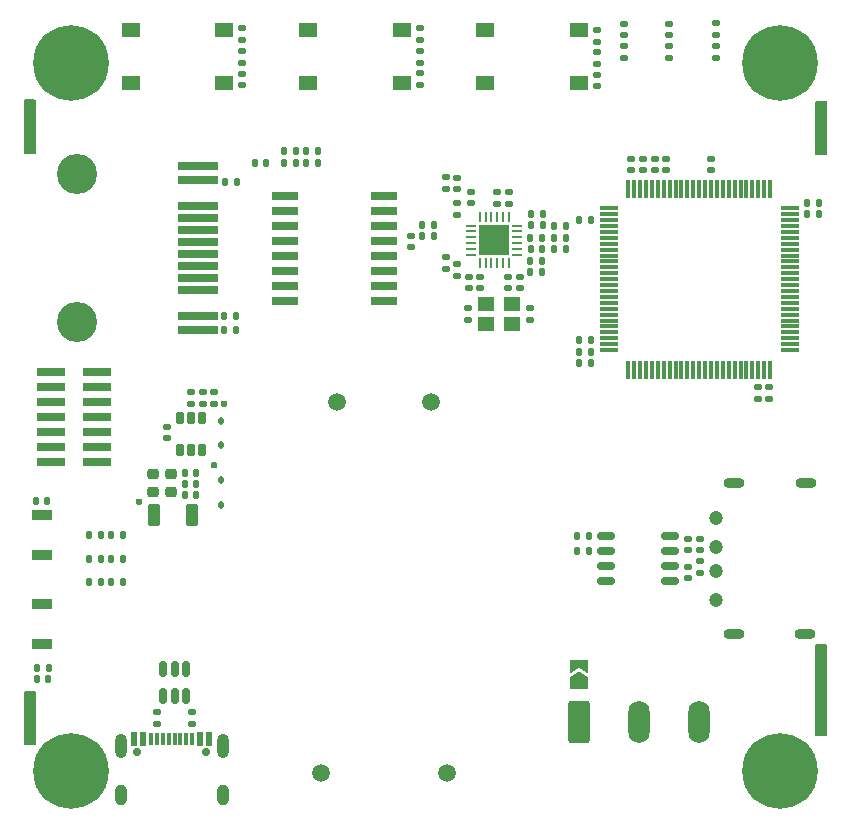
<source format=gbr>
%TF.GenerationSoftware,KiCad,Pcbnew,8.0.3-8.0.3-0~ubuntu22.04.1*%
%TF.CreationDate,2024-07-03T11:37:09+02:00*%
%TF.ProjectId,FabOS_MB,4661624f-535f-44d4-922e-6b696361645f,rev?*%
%TF.SameCoordinates,Original*%
%TF.FileFunction,Soldermask,Top*%
%TF.FilePolarity,Negative*%
%FSLAX46Y46*%
G04 Gerber Fmt 4.6, Leading zero omitted, Abs format (unit mm)*
G04 Created by KiCad (PCBNEW 8.0.3-8.0.3-0~ubuntu22.04.1) date 2024-07-03 11:37:09*
%MOMM*%
%LPD*%
G01*
G04 APERTURE LIST*
G04 Aperture macros list*
%AMRoundRect*
0 Rectangle with rounded corners*
0 $1 Rounding radius*
0 $2 $3 $4 $5 $6 $7 $8 $9 X,Y pos of 4 corners*
0 Add a 4 corners polygon primitive as box body*
4,1,4,$2,$3,$4,$5,$6,$7,$8,$9,$2,$3,0*
0 Add four circle primitives for the rounded corners*
1,1,$1+$1,$2,$3*
1,1,$1+$1,$4,$5*
1,1,$1+$1,$6,$7*
1,1,$1+$1,$8,$9*
0 Add four rect primitives between the rounded corners*
20,1,$1+$1,$2,$3,$4,$5,0*
20,1,$1+$1,$4,$5,$6,$7,0*
20,1,$1+$1,$6,$7,$8,$9,0*
20,1,$1+$1,$8,$9,$2,$3,0*%
%AMFreePoly0*
4,1,6,1.000000,0.000000,0.500000,-0.750000,-0.500000,-0.750000,-0.500000,0.750000,0.500000,0.750000,1.000000,0.000000,1.000000,0.000000,$1*%
%AMFreePoly1*
4,1,6,0.500000,-0.750000,-0.650000,-0.750000,-0.150000,0.000000,-0.650000,0.750000,0.500000,0.750000,0.500000,-0.750000,0.500000,-0.750000,$1*%
G04 Aperture macros list end*
%ADD10R,2.250000X0.750000*%
%ADD11RoundRect,0.140000X-0.170000X0.140000X-0.170000X-0.140000X0.170000X-0.140000X0.170000X0.140000X0*%
%ADD12RoundRect,0.140000X0.140000X0.170000X-0.140000X0.170000X-0.140000X-0.170000X0.140000X-0.170000X0*%
%ADD13RoundRect,0.140000X0.170000X-0.140000X0.170000X0.140000X-0.170000X0.140000X-0.170000X-0.140000X0*%
%ADD14RoundRect,0.135000X0.135000X0.185000X-0.135000X0.185000X-0.135000X-0.185000X0.135000X-0.185000X0*%
%ADD15RoundRect,0.147500X-0.147500X-0.172500X0.147500X-0.172500X0.147500X0.172500X-0.147500X0.172500X0*%
%ADD16RoundRect,0.135000X0.185000X-0.135000X0.185000X0.135000X-0.185000X0.135000X-0.185000X-0.135000X0*%
%ADD17RoundRect,0.135000X-0.135000X-0.185000X0.135000X-0.185000X0.135000X0.185000X-0.135000X0.185000X0*%
%ADD18RoundRect,0.112500X0.112500X-0.187500X0.112500X0.187500X-0.112500X0.187500X-0.112500X-0.187500X0*%
%ADD19RoundRect,0.150000X0.150000X-0.400000X0.150000X0.400000X-0.150000X0.400000X-0.150000X-0.400000X0*%
%ADD20RoundRect,0.135000X-0.185000X0.135000X-0.185000X-0.135000X0.185000X-0.135000X0.185000X0.135000X0*%
%ADD21FreePoly0,90.000000*%
%ADD22FreePoly1,90.000000*%
%ADD23RoundRect,0.152400X-0.609600X0.152400X-0.609600X-0.152400X0.609600X-0.152400X0.609600X0.152400X0*%
%ADD24RoundRect,0.147500X-0.172500X0.147500X-0.172500X-0.147500X0.172500X-0.147500X0.172500X0.147500X0*%
%ADD25R,1.550000X1.300000*%
%ADD26RoundRect,0.140000X-0.140000X-0.170000X0.140000X-0.170000X0.140000X0.170000X-0.140000X0.170000X0*%
%ADD27RoundRect,0.250000X-0.650000X-1.550000X0.650000X-1.550000X0.650000X1.550000X-0.650000X1.550000X0*%
%ADD28O,1.800000X3.600000*%
%ADD29C,0.800000*%
%ADD30C,6.400000*%
%ADD31C,1.200000*%
%ADD32O,1.800000X0.900000*%
%ADD33C,1.500000*%
%ADD34C,3.400000*%
%ADD35R,3.500000X0.700000*%
%ADD36R,3.500000X0.800000*%
%ADD37RoundRect,0.150000X0.150000X-0.512500X0.150000X0.512500X-0.150000X0.512500X-0.150000X-0.512500X0*%
%ADD38R,1.400000X1.200000*%
%ADD39RoundRect,0.250000X-0.275000X-0.700000X0.275000X-0.700000X0.275000X0.700000X-0.275000X0.700000X0*%
%ADD40R,0.600000X1.150000*%
%ADD41C,0.700000*%
%ADD42R,0.309000X1.140000*%
%ADD43O,1.000000X2.100000*%
%ADD44O,1.000000X1.800000*%
%ADD45R,1.700000X0.900000*%
%ADD46RoundRect,0.225000X0.250000X-0.225000X0.250000X0.225000X-0.250000X0.225000X-0.250000X-0.225000X0*%
%ADD47RoundRect,0.112500X-0.112500X0.187500X-0.112500X-0.187500X0.112500X-0.187500X0.112500X0.187500X0*%
%ADD48RoundRect,0.062500X0.062500X-0.375000X0.062500X0.375000X-0.062500X0.375000X-0.062500X-0.375000X0*%
%ADD49RoundRect,0.062500X0.375000X-0.062500X0.375000X0.062500X-0.375000X0.062500X-0.375000X-0.062500X0*%
%ADD50R,2.500000X2.500000*%
%ADD51R,2.400000X0.740000*%
%ADD52RoundRect,0.075000X-0.075000X0.725000X-0.075000X-0.725000X0.075000X-0.725000X0.075000X0.725000X0*%
%ADD53RoundRect,0.075000X-0.725000X0.075000X-0.725000X-0.075000X0.725000X-0.075000X0.725000X0.075000X0*%
G04 APERTURE END LIST*
D10*
%TO.C,U302*%
X126500000Y-120145000D03*
X126500000Y-118875000D03*
X126500000Y-117605000D03*
X126500000Y-116335000D03*
X126500000Y-115065000D03*
X126500000Y-113795000D03*
X126500000Y-112525000D03*
X126500000Y-111255000D03*
X118100000Y-111255000D03*
X118100000Y-112525000D03*
X118100000Y-113795000D03*
X118100000Y-115065000D03*
X118100000Y-116335000D03*
X118100000Y-117605000D03*
X118100000Y-118875000D03*
X118100000Y-120145000D03*
%TD*%
D11*
%TO.C,C610*%
X159110000Y-127470000D03*
X159110000Y-128430000D03*
%TD*%
D12*
%TO.C,C503*%
X110555000Y-136600000D03*
X109595000Y-136600000D03*
%TD*%
D13*
%TO.C,C303*%
X138820000Y-121760000D03*
X138820000Y-120800000D03*
%TD*%
D14*
%TO.C,R506*%
X104410000Y-142000000D03*
X103390000Y-142000000D03*
%TD*%
D15*
%TO.C,D505*%
X101515000Y-142000000D03*
X102485000Y-142000000D03*
%TD*%
D13*
%TO.C,C308*%
X133870000Y-111870000D03*
X133870000Y-110910000D03*
%TD*%
D16*
%TO.C,R604*%
X129500000Y-100010000D03*
X129500000Y-98990000D03*
%TD*%
D17*
%TO.C,R308*%
X138880000Y-117750000D03*
X139900000Y-117750000D03*
%TD*%
D12*
%TO.C,C602*%
X143980000Y-123500000D03*
X143020000Y-123500000D03*
%TD*%
D18*
%TO.C,D501*%
X112700000Y-132400000D03*
X112700000Y-130300000D03*
%TD*%
D16*
%TO.C,R608*%
X150622000Y-99572000D03*
X150622000Y-98552000D03*
%TD*%
D19*
%TO.C,U502*%
X109175000Y-132750000D03*
X110125000Y-132750000D03*
X111075000Y-132750000D03*
X111075000Y-130050000D03*
X110125000Y-130050000D03*
X109175000Y-130050000D03*
%TD*%
D20*
%TO.C,R314*%
X131700000Y-116400000D03*
X131700000Y-117420000D03*
%TD*%
D11*
%TO.C,C603*%
X158170000Y-127470000D03*
X158170000Y-128430000D03*
%TD*%
D21*
%TO.C,JP501*%
X143000000Y-152500000D03*
D22*
X143000000Y-151050000D03*
%TD*%
D12*
%TO.C,C304*%
X139860000Y-115750000D03*
X138900000Y-115750000D03*
%TD*%
%TO.C,C617*%
X143980000Y-124450000D03*
X143020000Y-124450000D03*
%TD*%
D11*
%TO.C,C302*%
X137025000Y-118140000D03*
X137025000Y-119100000D03*
%TD*%
D16*
%TO.C,R610*%
X146812000Y-99570000D03*
X146812000Y-98550000D03*
%TD*%
D23*
%TO.C,U201*%
X145260000Y-140090000D03*
X145260000Y-141360000D03*
X145260000Y-142630000D03*
X145260000Y-143900000D03*
X150721000Y-143900000D03*
X150721000Y-142630000D03*
X150721000Y-141360000D03*
X150721000Y-140090000D03*
%TD*%
D14*
%TO.C,R304*%
X139910000Y-112810000D03*
X138890000Y-112810000D03*
%TD*%
D17*
%TO.C,R322*%
X112940000Y-122650000D03*
X113960000Y-122650000D03*
%TD*%
D12*
%TO.C,C611*%
X143980000Y-113340000D03*
X143020000Y-113340000D03*
%TD*%
D11*
%TO.C,C616*%
X144500000Y-101020000D03*
X144500000Y-101980000D03*
%TD*%
D24*
%TO.C,D603*%
X146812000Y-96685000D03*
X146812000Y-97655000D03*
%TD*%
D20*
%TO.C,R609*%
X144500000Y-97190000D03*
X144500000Y-98210000D03*
%TD*%
D14*
%TO.C,R302*%
X139900000Y-116810000D03*
X138880000Y-116810000D03*
%TD*%
D11*
%TO.C,C504*%
X108075000Y-130820000D03*
X108075000Y-131780000D03*
%TD*%
D20*
%TO.C,R605*%
X129500000Y-97080000D03*
X129500000Y-98100000D03*
%TD*%
D13*
%TO.C,C307*%
X131770000Y-110660000D03*
X131770000Y-109700000D03*
%TD*%
D14*
%TO.C,R310*%
X139900000Y-114800000D03*
X138880000Y-114800000D03*
%TD*%
D16*
%TO.C,R602*%
X114500000Y-100020000D03*
X114500000Y-99000000D03*
%TD*%
%TO.C,R313*%
X132700000Y-112900000D03*
X132700000Y-111880000D03*
%TD*%
D25*
%TO.C,SW605*%
X142975000Y-101750000D03*
X135025000Y-101750000D03*
X142975000Y-97250000D03*
X135025000Y-97250000D03*
%TD*%
D16*
%TO.C,R607*%
X144500000Y-100110000D03*
X144500000Y-99090000D03*
%TD*%
D12*
%TO.C,C613*%
X143980000Y-125400000D03*
X143020000Y-125400000D03*
%TD*%
D17*
%TO.C,R202*%
X142790000Y-140090000D03*
X143810000Y-140090000D03*
%TD*%
D20*
%TO.C,R603*%
X114500000Y-97090000D03*
X114500000Y-98110000D03*
%TD*%
D16*
%TO.C,R501*%
X110125000Y-128860000D03*
X110125000Y-127840000D03*
%TD*%
D26*
%TO.C,C609*%
X162320000Y-112780000D03*
X163280000Y-112780000D03*
%TD*%
D24*
%TO.C,D601*%
X154559000Y-96670000D03*
X154559000Y-97640000D03*
%TD*%
%TO.C,FB301*%
X132700000Y-109715000D03*
X132700000Y-110685000D03*
%TD*%
D16*
%TO.C,R402*%
X110250000Y-156010000D03*
X110250000Y-154990000D03*
%TD*%
D20*
%TO.C,R306*%
X137030000Y-110960000D03*
X137030000Y-111980000D03*
%TD*%
D14*
%TO.C,R201*%
X143810000Y-141360000D03*
X142790000Y-141360000D03*
%TD*%
D27*
%TO.C,e501*%
X143000000Y-155800000D03*
D28*
X148080000Y-155800000D03*
X153160000Y-155800000D03*
%TD*%
D16*
%TO.C,R503*%
X112075000Y-128860000D03*
X112075000Y-127840000D03*
%TD*%
D26*
%TO.C,C618*%
X162320000Y-111860000D03*
X163280000Y-111860000D03*
%TD*%
D29*
%TO.C,H102*%
X157600000Y-100000000D03*
X158302944Y-98302944D03*
X158302944Y-101697056D03*
X160000000Y-97600000D03*
D30*
X160000000Y-100000000D03*
D29*
X160000000Y-102400000D03*
X161697056Y-98302944D03*
X161697056Y-101697056D03*
X162400000Y-100000000D03*
%TD*%
D16*
%TO.C,R502*%
X111125000Y-128860000D03*
X111125000Y-127840000D03*
%TD*%
D31*
%TO.C,J201*%
X154600000Y-138500000D03*
X154600000Y-141000000D03*
X154600000Y-143000000D03*
X154600000Y-145500000D03*
D32*
X156100000Y-148400000D03*
X162100000Y-148400000D03*
X156100000Y-135600000D03*
X162200000Y-135600000D03*
%TD*%
D13*
%TO.C,C201*%
X153200000Y-141280000D03*
X153200000Y-140320000D03*
%TD*%
D14*
%TO.C,R303*%
X139910000Y-113750000D03*
X138890000Y-113750000D03*
%TD*%
D25*
%TO.C,SW604*%
X127975000Y-101750000D03*
X120025000Y-101750000D03*
X127975000Y-97250000D03*
X120025000Y-97250000D03*
%TD*%
D14*
%TO.C,R316*%
X120910000Y-108500000D03*
X119890000Y-108500000D03*
%TD*%
D17*
%TO.C,R301*%
X140890000Y-115750000D03*
X141910000Y-115750000D03*
%TD*%
D11*
%TO.C,C612*%
X129500000Y-100890000D03*
X129500000Y-101850000D03*
%TD*%
D29*
%TO.C,H103*%
X157600000Y-160000000D03*
X158302944Y-158302944D03*
X158302944Y-161697056D03*
X160000000Y-157600000D03*
D30*
X160000000Y-160000000D03*
D29*
X160000000Y-162400000D03*
X161697056Y-158302944D03*
X161697056Y-161697056D03*
X162400000Y-160000000D03*
%TD*%
D15*
%TO.C,D503*%
X101515000Y-140000000D03*
X102485000Y-140000000D03*
%TD*%
D13*
%TO.C,C604*%
X154200000Y-109070000D03*
X154200000Y-108110000D03*
%TD*%
D17*
%TO.C,R318*%
X117980000Y-107500000D03*
X119000000Y-107500000D03*
%TD*%
D13*
%TO.C,C202*%
X152200000Y-141280000D03*
X152200000Y-140320000D03*
%TD*%
D26*
%TO.C,C501*%
X109595000Y-134700000D03*
X110555000Y-134700000D03*
%TD*%
D33*
%TO.C,U501*%
X131850000Y-160100000D03*
X121150000Y-160100000D03*
X122500000Y-128700000D03*
X130500000Y-128700000D03*
%TD*%
D14*
%TO.C,R504*%
X104400000Y-140000000D03*
X103380000Y-140000000D03*
%TD*%
D34*
%TO.C,J301*%
X100500000Y-109450000D03*
X100500000Y-121950000D03*
D35*
X110700000Y-119270000D03*
X110700000Y-118250000D03*
X110700000Y-117230000D03*
X110700000Y-116210000D03*
X110700000Y-115190000D03*
X110700000Y-114170000D03*
X110700000Y-113150000D03*
X110700000Y-112130000D03*
D36*
X110700000Y-109960000D03*
X110700000Y-108750000D03*
X110700000Y-122650000D03*
X110700000Y-121440000D03*
%TD*%
D17*
%TO.C,R320*%
X113030000Y-110109000D03*
X114050000Y-110109000D03*
%TD*%
D29*
%TO.C,H104*%
X97600000Y-160000000D03*
X98302944Y-158302944D03*
X98302944Y-161697056D03*
X100000000Y-157600000D03*
D30*
X100000000Y-160000000D03*
D29*
X100000000Y-162400000D03*
X101697056Y-158302944D03*
X101697056Y-161697056D03*
X102400000Y-160000000D03*
%TD*%
D11*
%TO.C,C306*%
X128750000Y-114660000D03*
X128750000Y-115620000D03*
%TD*%
D37*
%TO.C,U401*%
X107800000Y-153600000D03*
X108750000Y-153600000D03*
X109700000Y-153600000D03*
X109700000Y-151325000D03*
X108750000Y-151325000D03*
X107800000Y-151325000D03*
%TD*%
D38*
%TO.C,Y301*%
X137320000Y-120430000D03*
X135120000Y-120430000D03*
X135120000Y-122130000D03*
X137320000Y-122130000D03*
%TD*%
D13*
%TO.C,C606*%
X150370000Y-109090000D03*
X150370000Y-108130000D03*
%TD*%
D25*
%TO.C,SW603*%
X112975000Y-101750000D03*
X105025000Y-101750000D03*
X112975000Y-97250000D03*
X105025000Y-97250000D03*
%TD*%
D11*
%TO.C,C309*%
X134630000Y-118140000D03*
X134630000Y-119100000D03*
%TD*%
D39*
%TO.C,L501*%
X107050000Y-138300000D03*
X110200000Y-138300000D03*
%TD*%
D40*
%TO.C,J401*%
X105300000Y-157255000D03*
D41*
X105610000Y-158320000D03*
X111390000Y-158320000D03*
D40*
X111700000Y-157255000D03*
X106100000Y-157255000D03*
X110900000Y-157255000D03*
D42*
X107250000Y-157255000D03*
X108250000Y-157255000D03*
X108750000Y-157255000D03*
X109750000Y-157255000D03*
X110250000Y-157255000D03*
X109250000Y-157255000D03*
X107750000Y-157255000D03*
X106750000Y-157255000D03*
D43*
X104180000Y-157820000D03*
D44*
X104180000Y-162000000D03*
D43*
X112820000Y-157820000D03*
D44*
X112820000Y-162000000D03*
%TD*%
D17*
%TO.C,R309*%
X140890000Y-113830000D03*
X141910000Y-113830000D03*
%TD*%
D16*
%TO.C,R401*%
X107250000Y-156010000D03*
X107250000Y-154990000D03*
%TD*%
D17*
%TO.C,R321*%
X112950000Y-121440000D03*
X113970000Y-121440000D03*
%TD*%
D13*
%TO.C,C310*%
X133660000Y-119100000D03*
X133660000Y-118140000D03*
%TD*%
D12*
%TO.C,C312*%
X116500000Y-108500000D03*
X115540000Y-108500000D03*
%TD*%
D20*
%TO.C,R305*%
X136090000Y-110960000D03*
X136090000Y-111980000D03*
%TD*%
D45*
%TO.C,SW602*%
X97500000Y-141700000D03*
X97500000Y-138300000D03*
%TD*%
D29*
%TO.C,H101*%
X97600000Y-100000000D03*
X98302944Y-98302944D03*
X98302944Y-101697056D03*
X100000000Y-97600000D03*
D30*
X100000000Y-100000000D03*
D29*
X100000000Y-102400000D03*
X101697056Y-98302944D03*
X101697056Y-101697056D03*
X102400000Y-100000000D03*
%TD*%
D14*
%TO.C,R317*%
X120900000Y-107500000D03*
X119880000Y-107500000D03*
%TD*%
D46*
%TO.C,C505*%
X108425000Y-136375000D03*
X108425000Y-134825000D03*
%TD*%
D14*
%TO.C,R505*%
X104400000Y-144000000D03*
X103380000Y-144000000D03*
%TD*%
D11*
%TO.C,C608*%
X114500000Y-100920000D03*
X114500000Y-101880000D03*
%TD*%
D47*
%TO.C,D502*%
X112700000Y-135350000D03*
X112700000Y-137450000D03*
%TD*%
D12*
%TO.C,C601*%
X98080000Y-152150000D03*
X97120000Y-152150000D03*
%TD*%
D48*
%TO.C,U301*%
X134580000Y-116967500D03*
X135080000Y-116967500D03*
X135580000Y-116967500D03*
X136080000Y-116967500D03*
X136580000Y-116967500D03*
X137080000Y-116967500D03*
D49*
X137767500Y-116280000D03*
X137767500Y-115780000D03*
X137767500Y-115280000D03*
X137767500Y-114780000D03*
X137767500Y-114280000D03*
X137767500Y-113780000D03*
D48*
X137080000Y-113092500D03*
X136580000Y-113092500D03*
X136080000Y-113092500D03*
X135580000Y-113092500D03*
X135080000Y-113092500D03*
X134580000Y-113092500D03*
D49*
X133892500Y-113780000D03*
X133892500Y-114280000D03*
X133892500Y-114780000D03*
X133892500Y-115280000D03*
X133892500Y-115780000D03*
X133892500Y-116280000D03*
D50*
X135830000Y-115030000D03*
%TD*%
D13*
%TO.C,C614*%
X147400000Y-109110000D03*
X147400000Y-108150000D03*
%TD*%
D11*
%TO.C,C203*%
X152200000Y-142700000D03*
X152200000Y-143660000D03*
%TD*%
D46*
%TO.C,C506*%
X106925000Y-136375000D03*
X106925000Y-134825000D03*
%TD*%
D26*
%TO.C,C605*%
X97020000Y-137100000D03*
X97980000Y-137100000D03*
%TD*%
D13*
%TO.C,C615*%
X148400000Y-109100000D03*
X148400000Y-108140000D03*
%TD*%
D51*
%TO.C,J601*%
X98300000Y-126190000D03*
X102200000Y-126190000D03*
X98300000Y-127460000D03*
X102200000Y-127460000D03*
X98300000Y-128730000D03*
X102200000Y-128730000D03*
X98300000Y-130000000D03*
X102200000Y-130000000D03*
X98300000Y-131270000D03*
X102200000Y-131270000D03*
X98300000Y-132540000D03*
X102200000Y-132540000D03*
X98300000Y-133810000D03*
X102200000Y-133810000D03*
%TD*%
D17*
%TO.C,R601*%
X97090000Y-151200000D03*
X98110000Y-151200000D03*
%TD*%
D20*
%TO.C,R312*%
X132700000Y-117020000D03*
X132700000Y-118040000D03*
%TD*%
D17*
%TO.C,R307*%
X140890000Y-114800000D03*
X141910000Y-114800000D03*
%TD*%
D16*
%TO.C,R606*%
X154559000Y-99568000D03*
X154559000Y-98548000D03*
%TD*%
D24*
%TO.C,D602*%
X150622000Y-96687000D03*
X150622000Y-97657000D03*
%TD*%
D17*
%TO.C,R311*%
X129680000Y-113700000D03*
X130700000Y-113700000D03*
%TD*%
D14*
%TO.C,R315*%
X130700000Y-114700000D03*
X129680000Y-114700000D03*
%TD*%
D13*
%TO.C,C607*%
X149390000Y-109090000D03*
X149390000Y-108130000D03*
%TD*%
D52*
%TO.C,U601*%
X159170000Y-110645000D03*
X158670000Y-110645000D03*
X158170000Y-110645000D03*
X157670000Y-110645000D03*
X157170000Y-110645000D03*
X156670000Y-110645000D03*
X156170000Y-110645000D03*
X155670000Y-110645000D03*
X155170000Y-110645000D03*
X154670000Y-110645000D03*
X154170000Y-110645000D03*
X153670000Y-110645000D03*
X153170000Y-110645000D03*
X152670000Y-110645000D03*
X152170000Y-110645000D03*
X151670000Y-110645000D03*
X151170000Y-110645000D03*
X150670000Y-110645000D03*
X150170000Y-110645000D03*
X149670000Y-110645000D03*
X149170000Y-110645000D03*
X148670000Y-110645000D03*
X148170000Y-110645000D03*
X147670000Y-110645000D03*
X147170000Y-110645000D03*
D53*
X145495000Y-112320000D03*
X145495000Y-112820000D03*
X145495000Y-113320000D03*
X145495000Y-113820000D03*
X145495000Y-114320000D03*
X145495000Y-114820000D03*
X145495000Y-115320000D03*
X145495000Y-115820000D03*
X145495000Y-116320000D03*
X145495000Y-116820000D03*
X145495000Y-117320000D03*
X145495000Y-117820000D03*
X145495000Y-118320000D03*
X145495000Y-118820000D03*
X145495000Y-119320000D03*
X145495000Y-119820000D03*
X145495000Y-120320000D03*
X145495000Y-120820000D03*
X145495000Y-121320000D03*
X145495000Y-121820000D03*
X145495000Y-122320000D03*
X145495000Y-122820000D03*
X145495000Y-123320000D03*
X145495000Y-123820000D03*
X145495000Y-124320000D03*
D52*
X147170000Y-125995000D03*
X147670000Y-125995000D03*
X148170000Y-125995000D03*
X148670000Y-125995000D03*
X149170000Y-125995000D03*
X149670000Y-125995000D03*
X150170000Y-125995000D03*
X150670000Y-125995000D03*
X151170000Y-125995000D03*
X151670000Y-125995000D03*
X152170000Y-125995000D03*
X152670000Y-125995000D03*
X153170000Y-125995000D03*
X153670000Y-125995000D03*
X154170000Y-125995000D03*
X154670000Y-125995000D03*
X155170000Y-125995000D03*
X155670000Y-125995000D03*
X156170000Y-125995000D03*
X156670000Y-125995000D03*
X157170000Y-125995000D03*
X157670000Y-125995000D03*
X158170000Y-125995000D03*
X158670000Y-125995000D03*
X159170000Y-125995000D03*
D53*
X160845000Y-124320000D03*
X160845000Y-123820000D03*
X160845000Y-123320000D03*
X160845000Y-122820000D03*
X160845000Y-122320000D03*
X160845000Y-121820000D03*
X160845000Y-121320000D03*
X160845000Y-120820000D03*
X160845000Y-120320000D03*
X160845000Y-119820000D03*
X160845000Y-119320000D03*
X160845000Y-118820000D03*
X160845000Y-118320000D03*
X160845000Y-117820000D03*
X160845000Y-117320000D03*
X160845000Y-116820000D03*
X160845000Y-116320000D03*
X160845000Y-115820000D03*
X160845000Y-115320000D03*
X160845000Y-114820000D03*
X160845000Y-114320000D03*
X160845000Y-113820000D03*
X160845000Y-113320000D03*
X160845000Y-112820000D03*
X160845000Y-112320000D03*
%TD*%
D45*
%TO.C,SW601*%
X97500000Y-149200000D03*
X97500000Y-145800000D03*
%TD*%
D12*
%TO.C,C502*%
X110555000Y-135650000D03*
X109595000Y-135650000D03*
%TD*%
D15*
%TO.C,D504*%
X101515000Y-144000000D03*
X102485000Y-144000000D03*
%TD*%
D13*
%TO.C,C301*%
X137995000Y-119100000D03*
X137995000Y-118140000D03*
%TD*%
D20*
%TO.C,R203*%
X153200000Y-142180000D03*
X153200000Y-143200000D03*
%TD*%
D17*
%TO.C,R319*%
X117980000Y-108500000D03*
X119000000Y-108500000D03*
%TD*%
D11*
%TO.C,C305*%
X133620000Y-120800000D03*
X133620000Y-121760000D03*
%TD*%
G36*
X163943039Y-103219685D02*
G01*
X163988794Y-103272489D01*
X164000000Y-103324000D01*
X164000000Y-107676000D01*
X163980315Y-107743039D01*
X163927511Y-107788794D01*
X163876000Y-107800000D01*
X163124000Y-107800000D01*
X163056961Y-107780315D01*
X163011206Y-107727511D01*
X163000000Y-107676000D01*
X163000000Y-103324000D01*
X163019685Y-103256961D01*
X163072489Y-103211206D01*
X163124000Y-103200000D01*
X163876000Y-103200000D01*
X163943039Y-103219685D01*
G37*
G36*
X96943039Y-153219685D02*
G01*
X96988794Y-153272489D01*
X97000000Y-153324000D01*
X97000000Y-157676000D01*
X96980315Y-157743039D01*
X96927511Y-157788794D01*
X96876000Y-157800000D01*
X96124000Y-157800000D01*
X96056961Y-157780315D01*
X96011206Y-157727511D01*
X96000000Y-157676000D01*
X96000000Y-153324000D01*
X96019685Y-153256961D01*
X96072489Y-153211206D01*
X96124000Y-153200000D01*
X96876000Y-153200000D01*
X96943039Y-153219685D01*
G37*
G36*
X96943039Y-103119685D02*
G01*
X96988794Y-103172489D01*
X97000000Y-103224000D01*
X97000000Y-107576000D01*
X96980315Y-107643039D01*
X96927511Y-107688794D01*
X96876000Y-107700000D01*
X96124000Y-107700000D01*
X96056961Y-107680315D01*
X96011206Y-107627511D01*
X96000000Y-107576000D01*
X96000000Y-103224000D01*
X96019685Y-103156961D01*
X96072489Y-103111206D01*
X96124000Y-103100000D01*
X96876000Y-103100000D01*
X96943039Y-103119685D01*
G37*
G36*
X163943039Y-149219685D02*
G01*
X163988794Y-149272489D01*
X164000000Y-149324000D01*
X164000000Y-156876000D01*
X163980315Y-156943039D01*
X163927511Y-156988794D01*
X163876000Y-157000000D01*
X163124000Y-157000000D01*
X163056961Y-156980315D01*
X163011206Y-156927511D01*
X163000000Y-156876000D01*
X163000000Y-149324000D01*
X163019685Y-149256961D01*
X163072489Y-149211206D01*
X163124000Y-149200000D01*
X163876000Y-149200000D01*
X163943039Y-149219685D01*
G37*
G36*
X112293039Y-133819685D02*
G01*
X112338794Y-133872489D01*
X112350000Y-133924000D01*
X112350000Y-134176000D01*
X112330315Y-134243039D01*
X112277511Y-134288794D01*
X112226000Y-134300000D01*
X111974000Y-134300000D01*
X111906961Y-134280315D01*
X111861206Y-134227511D01*
X111850000Y-134176000D01*
X111850000Y-133924000D01*
X111869685Y-133856961D01*
X111922489Y-133811206D01*
X111974000Y-133800000D01*
X112226000Y-133800000D01*
X112293039Y-133819685D01*
G37*
G36*
X105943039Y-136919685D02*
G01*
X105988794Y-136972489D01*
X106000000Y-137024000D01*
X106000000Y-137276000D01*
X105980315Y-137343039D01*
X105927511Y-137388794D01*
X105876000Y-137400000D01*
X105624000Y-137400000D01*
X105556961Y-137380315D01*
X105511206Y-137327511D01*
X105500000Y-137276000D01*
X105500000Y-137024000D01*
X105519685Y-136956961D01*
X105572489Y-136911206D01*
X105624000Y-136900000D01*
X105876000Y-136900000D01*
X105943039Y-136919685D01*
G37*
G36*
X113143039Y-128619685D02*
G01*
X113188794Y-128672489D01*
X113200000Y-128724000D01*
X113200000Y-128976000D01*
X113180315Y-129043039D01*
X113127511Y-129088794D01*
X113076000Y-129100000D01*
X112824000Y-129100000D01*
X112756961Y-129080315D01*
X112711206Y-129027511D01*
X112700000Y-128976000D01*
X112700000Y-128724000D01*
X112719685Y-128656961D01*
X112772489Y-128611206D01*
X112824000Y-128600000D01*
X113076000Y-128600000D01*
X113143039Y-128619685D01*
G37*
M02*

</source>
